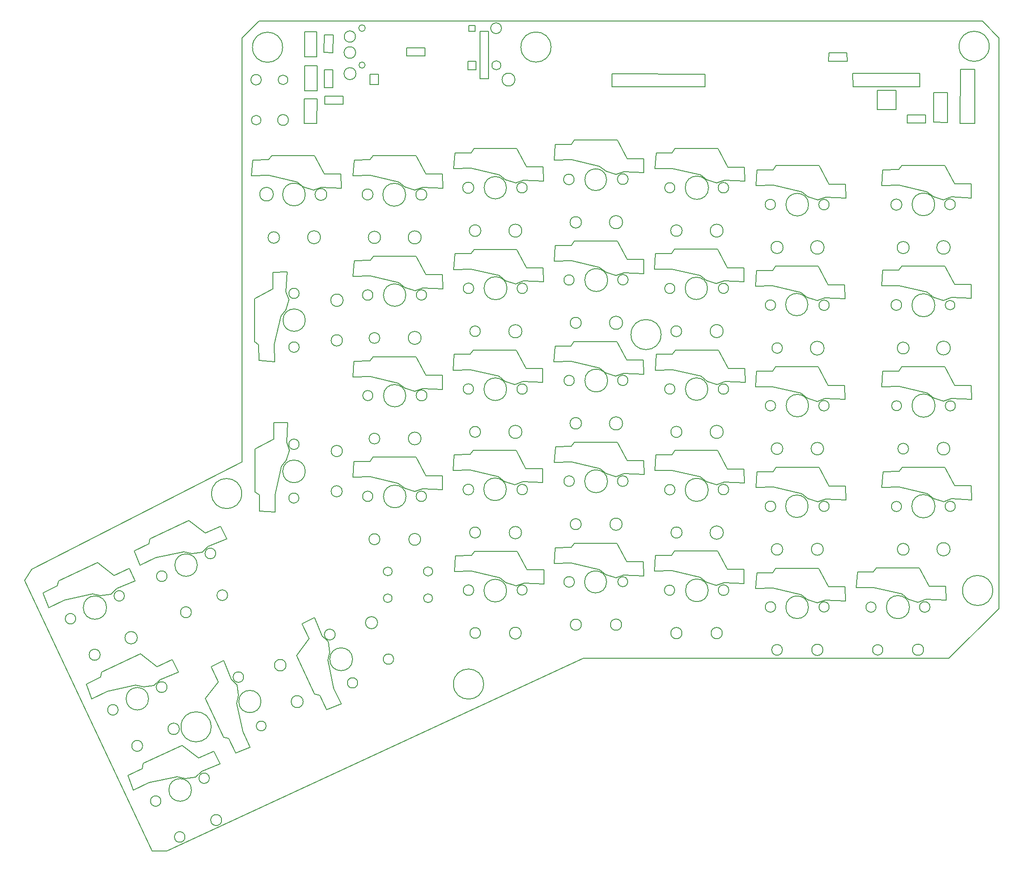
<source format=gbr>
G04 #@! TF.GenerationSoftware,KiCad,Pcbnew,5.1.10-88a1d61d58~90~ubuntu20.04.1*
G04 #@! TF.CreationDate,2021-08-21T22:57:00+03:00*
G04 #@! TF.ProjectId,ErgoDoxTW,4572676f-446f-4785-9457-2e6b69636164,rev?*
G04 #@! TF.SameCoordinates,Original*
G04 #@! TF.FileFunction,Other,ECO1*
%FSLAX46Y46*%
G04 Gerber Fmt 4.6, Leading zero omitted, Abs format (unit mm)*
G04 Created by KiCad (PCBNEW 5.1.10-88a1d61d58~90~ubuntu20.04.1) date 2021-08-21 22:57:00*
%MOMM*%
%LPD*%
G01*
G04 APERTURE LIST*
%ADD10C,0.150000*%
G04 APERTURE END LIST*
D10*
X140478580Y-117208859D02*
X140678580Y-114233859D01*
X157403580Y-116908859D02*
X157453580Y-119558859D01*
X154253580Y-116908859D02*
X157403580Y-116908859D01*
X143703580Y-114208859D02*
X144303580Y-113408859D01*
X150278580Y-119333859D02*
X149078580Y-118383859D01*
X157453580Y-119558859D02*
X153678580Y-119383859D01*
X143753580Y-117158859D02*
X140478580Y-117208859D01*
X144303580Y-113408859D02*
X152403580Y-113408859D01*
X152403580Y-113408859D02*
X154253580Y-116908859D01*
X153678580Y-119383859D02*
X152178580Y-119933859D01*
X149078580Y-118383859D02*
X143753580Y-117158859D01*
X152178580Y-119933859D02*
X150278580Y-119333859D01*
X140678580Y-114233859D02*
X143703580Y-114208859D01*
X68528580Y-96583857D02*
X65553580Y-96383859D01*
X68228580Y-79658859D02*
X70878581Y-79608858D01*
X68228580Y-82808859D02*
X68228580Y-79658859D01*
X65528580Y-93358857D02*
X64728582Y-92758858D01*
X70653578Y-86783856D02*
X69703579Y-87983859D01*
X70878581Y-79608858D02*
X70703581Y-83383859D01*
X68478581Y-93308861D02*
X68528580Y-96583857D01*
X64728582Y-92758858D02*
X64728578Y-84658859D01*
X64728578Y-84658859D02*
X68228580Y-82808859D01*
X70703581Y-83383859D02*
X71253579Y-84883856D01*
X69703579Y-87983859D02*
X68478581Y-93308861D01*
X71253579Y-84883856D02*
X70653578Y-86783856D01*
X65553580Y-96383859D02*
X65528580Y-93358857D01*
X68653580Y-125058857D02*
X65678580Y-124858859D01*
X68353580Y-108133859D02*
X71003581Y-108083858D01*
X68353580Y-111283859D02*
X68353580Y-108133859D01*
X65653580Y-121833857D02*
X64853582Y-121233858D01*
X70778578Y-115258856D02*
X69828579Y-116458859D01*
X71003581Y-108083858D02*
X70828581Y-111858859D01*
X68603581Y-121783861D02*
X68653580Y-125058857D01*
X64853582Y-121233858D02*
X64853578Y-113133859D01*
X64853578Y-113133859D02*
X68353580Y-111283859D01*
X70828581Y-111858859D02*
X71378579Y-113358856D01*
X69828579Y-116458859D02*
X68603581Y-121783861D01*
X71378579Y-113358856D02*
X70778578Y-115258856D01*
X65678580Y-124858859D02*
X65653580Y-121833857D01*
X81159368Y-161407829D02*
X78378580Y-162483859D01*
X73734663Y-146195357D02*
X76115248Y-145030102D01*
X75065910Y-149050227D02*
X73734663Y-146195357D01*
X77077501Y-159752842D02*
X76098886Y-159547152D01*
X78943611Y-151627949D02*
X78589763Y-153117008D01*
X76115248Y-145030102D02*
X77552029Y-148525373D01*
X79729981Y-158460806D02*
X81159368Y-161407829D01*
X76098886Y-159547152D02*
X72675675Y-152206061D01*
X72675675Y-152206061D02*
X75065910Y-149050227D01*
X77552029Y-148525373D02*
X78684422Y-149652393D01*
X78589763Y-153117008D02*
X79729981Y-158460806D01*
X78684422Y-149652393D02*
X78943611Y-151627949D01*
X78378580Y-162483859D02*
X77077501Y-159752842D01*
X63934368Y-169582829D02*
X61153580Y-170658859D01*
X56509663Y-154370357D02*
X58890248Y-153205102D01*
X57840910Y-157225227D02*
X56509663Y-154370357D01*
X59852501Y-167927842D02*
X58873886Y-167722152D01*
X61718611Y-159802949D02*
X61364763Y-161292008D01*
X58890248Y-153205102D02*
X60327029Y-156700373D01*
X62504981Y-166635806D02*
X63934368Y-169582829D01*
X58873886Y-167722152D02*
X55450675Y-160381061D01*
X55450675Y-160381061D02*
X57840910Y-157225227D01*
X60327029Y-156700373D02*
X61459422Y-157827393D01*
X61364763Y-161292008D02*
X62504981Y-166635806D01*
X61459422Y-157827393D02*
X61718611Y-159802949D01*
X61153580Y-170658859D02*
X59852501Y-167927842D01*
X41829608Y-177739648D02*
X40753580Y-174958859D01*
X57042082Y-170314942D02*
X58207335Y-172695527D01*
X54187212Y-171646189D02*
X57042082Y-170314942D01*
X43484596Y-173657781D02*
X43690286Y-172679164D01*
X51609488Y-175523893D02*
X50120431Y-175170043D01*
X58207335Y-172695527D02*
X54712065Y-174132307D01*
X44776635Y-176310258D02*
X41829608Y-177739648D01*
X43690286Y-172679164D02*
X51031379Y-169255956D01*
X51031379Y-169255956D02*
X54187212Y-171646189D01*
X54712065Y-174132307D02*
X53585044Y-175264703D01*
X50120431Y-175170043D02*
X44776635Y-176310258D01*
X53585044Y-175264703D02*
X51609488Y-175523893D01*
X40753580Y-174958859D02*
X43484596Y-173657781D01*
X33954608Y-160414648D02*
X32878580Y-157633859D01*
X49167082Y-152989942D02*
X50332335Y-155370527D01*
X46312212Y-154321189D02*
X49167082Y-152989942D01*
X35609596Y-156332781D02*
X35815286Y-155354164D01*
X43734488Y-158198893D02*
X42245431Y-157845043D01*
X50332335Y-155370527D02*
X46837065Y-156807307D01*
X36901635Y-158985258D02*
X33954608Y-160414648D01*
X35815286Y-155354164D02*
X43156379Y-151930956D01*
X43156379Y-151930956D02*
X46312212Y-154321189D01*
X46837065Y-156807307D02*
X45710044Y-157939703D01*
X42245431Y-157845043D02*
X36901635Y-158985258D01*
X45710044Y-157939703D02*
X43734488Y-158198893D01*
X32878580Y-157633859D02*
X35609596Y-156332781D01*
X25779608Y-143139648D02*
X24703580Y-140358859D01*
X40992082Y-135714942D02*
X42157335Y-138095527D01*
X38137212Y-137046189D02*
X40992082Y-135714942D01*
X27434596Y-139057781D02*
X27640286Y-138079164D01*
X35559488Y-140923893D02*
X34070431Y-140570043D01*
X42157335Y-138095527D02*
X38662065Y-139532307D01*
X28726635Y-141710258D02*
X25779608Y-143139648D01*
X27640286Y-138079164D02*
X34981379Y-134655956D01*
X34981379Y-134655956D02*
X38137212Y-137046189D01*
X38662065Y-139532307D02*
X37535044Y-140664703D01*
X34070431Y-140570043D02*
X28726635Y-141710258D01*
X37535044Y-140664703D02*
X35559488Y-140923893D01*
X24703580Y-140358859D02*
X27434596Y-139057781D01*
X43079608Y-135164648D02*
X42003580Y-132383859D01*
X58292082Y-127739942D02*
X59457335Y-130120527D01*
X55437212Y-129071189D02*
X58292082Y-127739942D01*
X44734596Y-131082781D02*
X44940286Y-130104164D01*
X52859488Y-132948893D02*
X51370431Y-132595043D01*
X59457335Y-130120527D02*
X55962065Y-131557307D01*
X46026635Y-133735258D02*
X43079608Y-135164648D01*
X44940286Y-130104164D02*
X52281379Y-126680956D01*
X52281379Y-126680956D02*
X55437212Y-129071189D01*
X55962065Y-131557307D02*
X54835044Y-132689703D01*
X51370431Y-132595043D02*
X46026635Y-133735258D01*
X54835044Y-132689703D02*
X52859488Y-132948893D01*
X42003580Y-132383859D02*
X44734596Y-131082781D01*
X178628580Y-139408859D02*
X178828580Y-136433859D01*
X195553580Y-139108859D02*
X195603580Y-141758859D01*
X192403580Y-139108859D02*
X195553580Y-139108859D01*
X181853580Y-136408859D02*
X182453580Y-135608859D01*
X188428580Y-141533859D02*
X187228580Y-140583859D01*
X195603580Y-141758859D02*
X191828580Y-141583859D01*
X181903580Y-139358859D02*
X178628580Y-139408859D01*
X182453580Y-135608859D02*
X190553580Y-135608859D01*
X190553580Y-135608859D02*
X192403580Y-139108859D01*
X191828580Y-141583859D02*
X190328580Y-142133859D01*
X187228580Y-140583859D02*
X181903580Y-139358859D01*
X190328580Y-142133859D02*
X188428580Y-141533859D01*
X178828580Y-136433859D02*
X181853580Y-136408859D01*
X159578580Y-139533859D02*
X159778580Y-136558859D01*
X176503580Y-139233859D02*
X176553580Y-141883859D01*
X173353580Y-139233859D02*
X176503580Y-139233859D01*
X162803580Y-136533859D02*
X163403580Y-135733859D01*
X169378580Y-141658859D02*
X168178580Y-140708859D01*
X176553580Y-141883859D02*
X172778580Y-141708859D01*
X162853580Y-139483859D02*
X159578580Y-139533859D01*
X163403580Y-135733859D02*
X171503580Y-135733859D01*
X171503580Y-135733859D02*
X173353580Y-139233859D01*
X172778580Y-141708859D02*
X171278580Y-142258859D01*
X168178580Y-140708859D02*
X162853580Y-139483859D01*
X171278580Y-142258859D02*
X169378580Y-141658859D01*
X159778580Y-136558859D02*
X162803580Y-136533859D01*
X140428580Y-136233859D02*
X140628580Y-133258859D01*
X157353580Y-135933859D02*
X157403580Y-138583859D01*
X154203580Y-135933859D02*
X157353580Y-135933859D01*
X143653580Y-133233859D02*
X144253580Y-132433859D01*
X150228580Y-138358859D02*
X149028580Y-137408859D01*
X157403580Y-138583859D02*
X153628580Y-138408859D01*
X143703580Y-136183859D02*
X140428580Y-136233859D01*
X144253580Y-132433859D02*
X152353580Y-132433859D01*
X152353580Y-132433859D02*
X154203580Y-135933859D01*
X153628580Y-138408859D02*
X152128580Y-138958859D01*
X149028580Y-137408859D02*
X143703580Y-136183859D01*
X152128580Y-138958859D02*
X150228580Y-138358859D01*
X140628580Y-133258859D02*
X143653580Y-133233859D01*
X121428580Y-134783859D02*
X121628580Y-131808859D01*
X138353580Y-134483859D02*
X138403580Y-137133859D01*
X135203580Y-134483859D02*
X138353580Y-134483859D01*
X124653580Y-131783859D02*
X125253580Y-130983859D01*
X131228580Y-136908859D02*
X130028580Y-135958859D01*
X138403580Y-137133859D02*
X134628580Y-136958859D01*
X124703580Y-134733859D02*
X121428580Y-134783859D01*
X125253580Y-130983859D02*
X133353580Y-130983859D01*
X133353580Y-130983859D02*
X135203580Y-134483859D01*
X134628580Y-136958859D02*
X133128580Y-137508859D01*
X130028580Y-135958859D02*
X124703580Y-134733859D01*
X133128580Y-137508859D02*
X131228580Y-136908859D01*
X121628580Y-131808859D02*
X124653580Y-131783859D01*
X102553580Y-136308859D02*
X102753580Y-133333859D01*
X119478580Y-136008859D02*
X119528580Y-138658859D01*
X116328580Y-136008859D02*
X119478580Y-136008859D01*
X105778580Y-133308859D02*
X106378580Y-132508859D01*
X112353580Y-138433859D02*
X111153580Y-137483859D01*
X119528580Y-138658859D02*
X115753580Y-138483859D01*
X105828580Y-136258859D02*
X102553580Y-136308859D01*
X106378580Y-132508859D02*
X114478580Y-132508859D01*
X114478580Y-132508859D02*
X116328580Y-136008859D01*
X115753580Y-138483859D02*
X114253580Y-139033859D01*
X111153580Y-137483859D02*
X105828580Y-136258859D01*
X114253580Y-139033859D02*
X112353580Y-138433859D01*
X102753580Y-133333859D02*
X105778580Y-133308859D01*
X83353580Y-118458859D02*
X83553580Y-115483859D01*
X100278580Y-118158859D02*
X100328580Y-120808859D01*
X97128580Y-118158859D02*
X100278580Y-118158859D01*
X86578580Y-115458859D02*
X87178580Y-114658859D01*
X93153580Y-120583859D02*
X91953580Y-119633859D01*
X100328580Y-120808859D02*
X96553580Y-120633859D01*
X86628580Y-118408859D02*
X83353580Y-118458859D01*
X87178580Y-114658859D02*
X95278580Y-114658859D01*
X95278580Y-114658859D02*
X97128580Y-118158859D01*
X96553580Y-120633859D02*
X95053580Y-121183859D01*
X91953580Y-119633859D02*
X86628580Y-118408859D01*
X95053580Y-121183859D02*
X93153580Y-120583859D01*
X83553580Y-115483859D02*
X86578580Y-115458859D01*
X102303580Y-117158859D02*
X102503580Y-114183859D01*
X119228580Y-116858859D02*
X119278580Y-119508859D01*
X116078580Y-116858859D02*
X119228580Y-116858859D01*
X105528580Y-114158859D02*
X106128580Y-113358859D01*
X112103580Y-119283859D02*
X110903580Y-118333859D01*
X119278580Y-119508859D02*
X115503580Y-119333859D01*
X105578580Y-117108859D02*
X102303580Y-117158859D01*
X106128580Y-113358859D02*
X114228580Y-113358859D01*
X114228580Y-113358859D02*
X116078580Y-116858859D01*
X115503580Y-119333859D02*
X114003580Y-119883859D01*
X110903580Y-118333859D02*
X105578580Y-117108859D01*
X114003580Y-119883859D02*
X112103580Y-119283859D01*
X102503580Y-114183859D02*
X105528580Y-114158859D01*
X121478580Y-115633859D02*
X121678580Y-112658859D01*
X138403580Y-115333859D02*
X138453580Y-117983859D01*
X135253580Y-115333859D02*
X138403580Y-115333859D01*
X124703580Y-112633859D02*
X125303580Y-111833859D01*
X131278580Y-117758859D02*
X130078580Y-116808859D01*
X138453580Y-117983859D02*
X134678580Y-117808859D01*
X124753580Y-115583859D02*
X121478580Y-115633859D01*
X125303580Y-111833859D02*
X133403580Y-111833859D01*
X133403580Y-111833859D02*
X135253580Y-115333859D01*
X134678580Y-117808859D02*
X133178580Y-118358859D01*
X130078580Y-116808859D02*
X124753580Y-115583859D01*
X133178580Y-118358859D02*
X131278580Y-117758859D01*
X121678580Y-112658859D02*
X124703580Y-112633859D01*
X159653580Y-120408859D02*
X159853580Y-117433859D01*
X176578580Y-120108859D02*
X176628580Y-122758859D01*
X173428580Y-120108859D02*
X176578580Y-120108859D01*
X162878580Y-117408859D02*
X163478580Y-116608859D01*
X169453580Y-122533859D02*
X168253580Y-121583859D01*
X176628580Y-122758859D02*
X172853580Y-122583859D01*
X162928580Y-120358859D02*
X159653580Y-120408859D01*
X163478580Y-116608859D02*
X171578580Y-116608859D01*
X171578580Y-116608859D02*
X173428580Y-120108859D01*
X172853580Y-122583859D02*
X171353580Y-123133859D01*
X168253580Y-121583859D02*
X162928580Y-120358859D01*
X171353580Y-123133859D02*
X169453580Y-122533859D01*
X159853580Y-117433859D02*
X162878580Y-117408859D01*
X183478580Y-120383859D02*
X183678580Y-117408859D01*
X200403580Y-120083859D02*
X200453580Y-122733859D01*
X197253580Y-120083859D02*
X200403580Y-120083859D01*
X186703580Y-117383859D02*
X187303580Y-116583859D01*
X193278580Y-122508859D02*
X192078580Y-121558859D01*
X200453580Y-122733859D02*
X196678580Y-122558859D01*
X186753580Y-120333859D02*
X183478580Y-120383859D01*
X187303580Y-116583859D02*
X195403580Y-116583859D01*
X195403580Y-116583859D02*
X197253580Y-120083859D01*
X196678580Y-122558859D02*
X195178580Y-123108859D01*
X192078580Y-121558859D02*
X186753580Y-120333859D01*
X195178580Y-123108859D02*
X193278580Y-122508859D01*
X183678580Y-117408859D02*
X186703580Y-117383859D01*
X183453580Y-101358859D02*
X183653580Y-98383859D01*
X200378580Y-101058859D02*
X200428580Y-103708859D01*
X197228580Y-101058859D02*
X200378580Y-101058859D01*
X186678580Y-98358859D02*
X187278580Y-97558859D01*
X193253580Y-103483859D02*
X192053580Y-102533859D01*
X200428580Y-103708859D02*
X196653580Y-103533859D01*
X186728580Y-101308859D02*
X183453580Y-101358859D01*
X187278580Y-97558859D02*
X195378580Y-97558859D01*
X195378580Y-97558859D02*
X197228580Y-101058859D01*
X196653580Y-103533859D02*
X195153580Y-104083859D01*
X192053580Y-102533859D02*
X186728580Y-101308859D01*
X195153580Y-104083859D02*
X193253580Y-103483859D01*
X183653580Y-98383859D02*
X186678580Y-98358859D01*
X159528580Y-101383859D02*
X159728580Y-98408859D01*
X176453580Y-101083859D02*
X176503580Y-103733859D01*
X173303580Y-101083859D02*
X176453580Y-101083859D01*
X162753580Y-98383859D02*
X163353580Y-97583859D01*
X169328580Y-103508859D02*
X168128580Y-102558859D01*
X176503580Y-103733859D02*
X172728580Y-103558859D01*
X162803580Y-101333859D02*
X159528580Y-101383859D01*
X163353580Y-97583859D02*
X171453580Y-97583859D01*
X171453580Y-97583859D02*
X173303580Y-101083859D01*
X172728580Y-103558859D02*
X171228580Y-104108859D01*
X168128580Y-102558859D02*
X162803580Y-101333859D01*
X171228580Y-104108859D02*
X169328580Y-103508859D01*
X159728580Y-98408859D02*
X162753580Y-98383859D01*
X140603580Y-98183859D02*
X140803580Y-95208859D01*
X157528580Y-97883859D02*
X157578580Y-100533859D01*
X154378580Y-97883859D02*
X157528580Y-97883859D01*
X143828580Y-95183859D02*
X144428580Y-94383859D01*
X150403580Y-100308859D02*
X149203580Y-99358859D01*
X157578580Y-100533859D02*
X153803580Y-100358859D01*
X143878580Y-98133859D02*
X140603580Y-98183859D01*
X144428580Y-94383859D02*
X152528580Y-94383859D01*
X152528580Y-94383859D02*
X154378580Y-97883859D01*
X153803580Y-100358859D02*
X152303580Y-100908859D01*
X149203580Y-99358859D02*
X143878580Y-98133859D01*
X152303580Y-100908859D02*
X150403580Y-100308859D01*
X140803580Y-95208859D02*
X143828580Y-95183859D01*
X121403580Y-96608859D02*
X121603580Y-93633859D01*
X138328580Y-96308859D02*
X138378580Y-98958859D01*
X135178580Y-96308859D02*
X138328580Y-96308859D01*
X124628580Y-93608859D02*
X125228580Y-92808859D01*
X131203580Y-98733859D02*
X130003580Y-97783859D01*
X138378580Y-98958859D02*
X134603580Y-98783859D01*
X124678580Y-96558859D02*
X121403580Y-96608859D01*
X125228580Y-92808859D02*
X133328580Y-92808859D01*
X133328580Y-92808859D02*
X135178580Y-96308859D01*
X134603580Y-98783859D02*
X133103580Y-99333859D01*
X130003580Y-97783859D02*
X124678580Y-96558859D01*
X133103580Y-99333859D02*
X131203580Y-98733859D01*
X121603580Y-93633859D02*
X124628580Y-93608859D01*
X102328580Y-98183859D02*
X102528580Y-95208859D01*
X119253580Y-97883859D02*
X119303580Y-100533859D01*
X116103580Y-97883859D02*
X119253580Y-97883859D01*
X105553580Y-95183859D02*
X106153580Y-94383859D01*
X112128580Y-100308859D02*
X110928580Y-99358859D01*
X119303580Y-100533859D02*
X115528580Y-100358859D01*
X105603580Y-98133859D02*
X102328580Y-98183859D01*
X106153580Y-94383859D02*
X114253580Y-94383859D01*
X114253580Y-94383859D02*
X116103580Y-97883859D01*
X115528580Y-100358859D02*
X114028580Y-100908859D01*
X110928580Y-99358859D02*
X105603580Y-98133859D01*
X114028580Y-100908859D02*
X112128580Y-100308859D01*
X102528580Y-95208859D02*
X105553580Y-95183859D01*
X83353580Y-99483859D02*
X83553580Y-96508859D01*
X100278580Y-99183859D02*
X100328580Y-101833859D01*
X97128580Y-99183859D02*
X100278580Y-99183859D01*
X86578580Y-96483859D02*
X87178580Y-95683859D01*
X93153580Y-101608859D02*
X91953580Y-100658859D01*
X100328580Y-101833859D02*
X96553580Y-101658859D01*
X86628580Y-99433859D02*
X83353580Y-99483859D01*
X87178580Y-95683859D02*
X95278580Y-95683859D01*
X95278580Y-95683859D02*
X97128580Y-99183859D01*
X96553580Y-101658859D02*
X95053580Y-102208859D01*
X91953580Y-100658859D02*
X86628580Y-99433859D01*
X95053580Y-102208859D02*
X93153580Y-101608859D01*
X83553580Y-96508859D02*
X86578580Y-96483859D01*
X83403580Y-80433859D02*
X83603580Y-77458859D01*
X100328580Y-80133859D02*
X100378580Y-82783859D01*
X97178580Y-80133859D02*
X100328580Y-80133859D01*
X86628580Y-77433859D02*
X87228580Y-76633859D01*
X93203580Y-82558859D02*
X92003580Y-81608859D01*
X100378580Y-82783859D02*
X96603580Y-82608859D01*
X86678580Y-80383859D02*
X83403580Y-80433859D01*
X87228580Y-76633859D02*
X95328580Y-76633859D01*
X95328580Y-76633859D02*
X97178580Y-80133859D01*
X96603580Y-82608859D02*
X95103580Y-83158859D01*
X92003580Y-81608859D02*
X86678580Y-80383859D01*
X95103580Y-83158859D02*
X93203580Y-82558859D01*
X83603580Y-77458859D02*
X86628580Y-77433859D01*
X102453580Y-79133859D02*
X102653580Y-76158859D01*
X119378580Y-78833859D02*
X119428580Y-81483859D01*
X116228580Y-78833859D02*
X119378580Y-78833859D01*
X105678580Y-76133859D02*
X106278580Y-75333859D01*
X112253580Y-81258859D02*
X111053580Y-80308859D01*
X119428580Y-81483859D02*
X115653580Y-81308859D01*
X105728580Y-79083859D02*
X102453580Y-79133859D01*
X106278580Y-75333859D02*
X114378580Y-75333859D01*
X114378580Y-75333859D02*
X116228580Y-78833859D01*
X115653580Y-81308859D02*
X114153580Y-81858859D01*
X111053580Y-80308859D02*
X105728580Y-79083859D01*
X114153580Y-81858859D02*
X112253580Y-81258859D01*
X102653580Y-76158859D02*
X105678580Y-76133859D01*
X121453580Y-77558859D02*
X121653580Y-74583859D01*
X138378580Y-77258859D02*
X138428580Y-79908859D01*
X135228580Y-77258859D02*
X138378580Y-77258859D01*
X124678580Y-74558859D02*
X125278580Y-73758859D01*
X131253580Y-79683859D02*
X130053580Y-78733859D01*
X138428580Y-79908859D02*
X134653580Y-79733859D01*
X124728580Y-77508859D02*
X121453580Y-77558859D01*
X125278580Y-73758859D02*
X133378580Y-73758859D01*
X133378580Y-73758859D02*
X135228580Y-77258859D01*
X134653580Y-79733859D02*
X133153580Y-80283859D01*
X130053580Y-78733859D02*
X124728580Y-77508859D01*
X133153580Y-80283859D02*
X131253580Y-79683859D01*
X121653580Y-74583859D02*
X124678580Y-74558859D01*
X140428580Y-79108859D02*
X140628580Y-76133859D01*
X157353580Y-78808859D02*
X157403580Y-81458859D01*
X154203580Y-78808859D02*
X157353580Y-78808859D01*
X143653580Y-76108859D02*
X144253580Y-75308859D01*
X150228580Y-81233859D02*
X149028580Y-80283859D01*
X157403580Y-81458859D02*
X153628580Y-81283859D01*
X143703580Y-79058859D02*
X140428580Y-79108859D01*
X144253580Y-75308859D02*
X152353580Y-75308859D01*
X152353580Y-75308859D02*
X154203580Y-78808859D01*
X153628580Y-81283859D02*
X152128580Y-81833859D01*
X149028580Y-80283859D02*
X143703580Y-79058859D01*
X152128580Y-81833859D02*
X150228580Y-81233859D01*
X140628580Y-76133859D02*
X143653580Y-76108859D01*
X159528580Y-82308859D02*
X159728580Y-79333859D01*
X176453580Y-82008859D02*
X176503580Y-84658859D01*
X173303580Y-82008859D02*
X176453580Y-82008859D01*
X162753580Y-79308859D02*
X163353580Y-78508859D01*
X169328580Y-84433859D02*
X168128580Y-83483859D01*
X176503580Y-84658859D02*
X172728580Y-84483859D01*
X162803580Y-82258859D02*
X159528580Y-82308859D01*
X163353580Y-78508859D02*
X171453580Y-78508859D01*
X171453580Y-78508859D02*
X173303580Y-82008859D01*
X172728580Y-84483859D02*
X171228580Y-85033859D01*
X168128580Y-83483859D02*
X162803580Y-82258859D01*
X171228580Y-85033859D02*
X169328580Y-84433859D01*
X159728580Y-79333859D02*
X162753580Y-79308859D01*
X183428580Y-82258859D02*
X183628580Y-79283859D01*
X200353580Y-81958859D02*
X200403580Y-84608859D01*
X197203580Y-81958859D02*
X200353580Y-81958859D01*
X186653580Y-79258859D02*
X187253580Y-78458859D01*
X193228580Y-84383859D02*
X192028580Y-83433859D01*
X200403580Y-84608859D02*
X196628580Y-84433859D01*
X186703580Y-82208859D02*
X183428580Y-82258859D01*
X187253580Y-78458859D02*
X195353580Y-78458859D01*
X195353580Y-78458859D02*
X197203580Y-81958859D01*
X196628580Y-84433859D02*
X195128580Y-84983859D01*
X192028580Y-83433859D02*
X186703580Y-82208859D01*
X195128580Y-84983859D02*
X193228580Y-84383859D01*
X183628580Y-79283859D02*
X186653580Y-79258859D01*
X183428580Y-63233859D02*
X183628580Y-60258859D01*
X200353580Y-62933859D02*
X200403580Y-65583859D01*
X197203580Y-62933859D02*
X200353580Y-62933859D01*
X186653580Y-60233859D02*
X187253580Y-59433859D01*
X193228580Y-65358859D02*
X192028580Y-64408859D01*
X200403580Y-65583859D02*
X196628580Y-65408859D01*
X186703580Y-63183859D02*
X183428580Y-63233859D01*
X187253580Y-59433859D02*
X195353580Y-59433859D01*
X195353580Y-59433859D02*
X197203580Y-62933859D01*
X196628580Y-65408859D02*
X195128580Y-65958859D01*
X192028580Y-64408859D02*
X186703580Y-63183859D01*
X195128580Y-65958859D02*
X193228580Y-65358859D01*
X183628580Y-60258859D02*
X186653580Y-60233859D01*
X159653580Y-63258859D02*
X159853580Y-60283859D01*
X176578580Y-62958859D02*
X176628580Y-65608859D01*
X173428580Y-62958859D02*
X176578580Y-62958859D01*
X162878580Y-60258859D02*
X163478580Y-59458859D01*
X169453580Y-65383859D02*
X168253580Y-64433859D01*
X176628580Y-65608859D02*
X172853580Y-65433859D01*
X162928580Y-63208859D02*
X159653580Y-63258859D01*
X163478580Y-59458859D02*
X171578580Y-59458859D01*
X171578580Y-59458859D02*
X173428580Y-62958859D01*
X172853580Y-65433859D02*
X171353580Y-65983859D01*
X168253580Y-64433859D02*
X162928580Y-63208859D01*
X171353580Y-65983859D02*
X169453580Y-65383859D01*
X159853580Y-60283859D02*
X162878580Y-60258859D01*
X140528580Y-60058859D02*
X140728580Y-57083859D01*
X157453580Y-59758859D02*
X157503580Y-62408859D01*
X154303580Y-59758859D02*
X157453580Y-59758859D01*
X143753580Y-57058859D02*
X144353580Y-56258859D01*
X150328580Y-62183859D02*
X149128580Y-61233859D01*
X157503580Y-62408859D02*
X153728580Y-62233859D01*
X143803580Y-60008859D02*
X140528580Y-60058859D01*
X144353580Y-56258859D02*
X152453580Y-56258859D01*
X152453580Y-56258859D02*
X154303580Y-59758859D01*
X153728580Y-62233859D02*
X152228580Y-62783859D01*
X149128580Y-61233859D02*
X143803580Y-60008859D01*
X152228580Y-62783859D02*
X150328580Y-62183859D01*
X140728580Y-57083859D02*
X143753580Y-57058859D01*
X121453580Y-58433859D02*
X121653580Y-55458859D01*
X138378580Y-58133859D02*
X138428580Y-60783859D01*
X135228580Y-58133859D02*
X138378580Y-58133859D01*
X124678580Y-55433859D02*
X125278580Y-54633859D01*
X131253580Y-60558859D02*
X130053580Y-59608859D01*
X138428580Y-60783859D02*
X134653580Y-60608859D01*
X124728580Y-58383859D02*
X121453580Y-58433859D01*
X125278580Y-54633859D02*
X133378580Y-54633859D01*
X133378580Y-54633859D02*
X135228580Y-58133859D01*
X134653580Y-60608859D02*
X133153580Y-61158859D01*
X130053580Y-59608859D02*
X124728580Y-58383859D01*
X133153580Y-61158859D02*
X131253580Y-60558859D01*
X121653580Y-55458859D02*
X124678580Y-55433859D01*
X102453580Y-60033859D02*
X102653580Y-57058859D01*
X119378580Y-59733859D02*
X119428580Y-62383859D01*
X116228580Y-59733859D02*
X119378580Y-59733859D01*
X105678580Y-57033859D02*
X106278580Y-56233859D01*
X112253580Y-62158859D02*
X111053580Y-61208859D01*
X119428580Y-62383859D02*
X115653580Y-62208859D01*
X105728580Y-59983859D02*
X102453580Y-60033859D01*
X106278580Y-56233859D02*
X114378580Y-56233859D01*
X114378580Y-56233859D02*
X116228580Y-59733859D01*
X115653580Y-62208859D02*
X114153580Y-62758859D01*
X111053580Y-61208859D02*
X105728580Y-59983859D01*
X114153580Y-62758859D02*
X112253580Y-62158859D01*
X102653580Y-57058859D02*
X105678580Y-57033859D01*
X83378580Y-61383859D02*
X83578580Y-58408859D01*
X100303580Y-61083859D02*
X100353580Y-63733859D01*
X97153580Y-61083859D02*
X100303580Y-61083859D01*
X86603580Y-58383859D02*
X87203580Y-57583859D01*
X93178580Y-63508859D02*
X91978580Y-62558859D01*
X100353580Y-63733859D02*
X96578580Y-63558859D01*
X86653580Y-61333859D02*
X83378580Y-61383859D01*
X87203580Y-57583859D02*
X95303580Y-57583859D01*
X95303580Y-57583859D02*
X97153580Y-61083859D01*
X96578580Y-63558859D02*
X95078580Y-64108859D01*
X91978580Y-62558859D02*
X86653580Y-61333859D01*
X95078580Y-64108859D02*
X93178580Y-63508859D01*
X83578580Y-58408859D02*
X86603580Y-58383859D01*
X64178580Y-61383859D02*
X64378580Y-58408859D01*
X67453580Y-61333859D02*
X64178580Y-61383859D01*
X72778580Y-62558859D02*
X67453580Y-61333859D01*
X73978580Y-63508859D02*
X72778580Y-62558859D01*
X75878580Y-64108859D02*
X73978580Y-63508859D01*
X77378580Y-63558859D02*
X75878580Y-64108859D01*
X81153580Y-63733859D02*
X77378580Y-63558859D01*
X81103580Y-61083859D02*
X81153580Y-63733859D01*
X77953580Y-61083859D02*
X81103580Y-61083859D01*
X76103580Y-57583859D02*
X77953580Y-61083859D01*
X68003580Y-57583859D02*
X76103580Y-57583859D01*
X67403580Y-58383859D02*
X68003580Y-57583859D01*
X64378580Y-58408859D02*
X67403580Y-58383859D01*
X182578580Y-48883859D02*
X182578580Y-45233859D01*
X186153580Y-48883859D02*
X182578580Y-48883859D01*
X186153580Y-45208859D02*
X186153580Y-48883859D01*
X182578580Y-45233859D02*
X186153580Y-45208859D01*
X188253580Y-51433859D02*
X188253580Y-49858859D01*
X191778580Y-51433859D02*
X188253580Y-51433859D01*
X191778580Y-49858859D02*
X191778580Y-51433859D01*
X188253580Y-49858859D02*
X191778580Y-49858859D01*
X173403580Y-39683859D02*
X173428580Y-38133859D01*
X176903580Y-39683859D02*
X173403580Y-39683859D01*
X176878580Y-38133859D02*
X176903580Y-39683859D01*
X173428580Y-38133859D02*
X176878580Y-38133859D01*
X93503580Y-38658859D02*
X93503580Y-37133859D01*
X96978580Y-38683859D02*
X93503580Y-38658859D01*
X96978580Y-37133859D02*
X96978580Y-38683859D01*
X93503580Y-37133859D02*
X96978580Y-37133859D01*
X78028580Y-46283859D02*
X78028580Y-47883859D01*
X81478580Y-46283859D02*
X78028580Y-46283859D01*
X81478580Y-47883859D02*
X81478580Y-46283859D01*
X78028580Y-47883859D02*
X81478580Y-47883859D01*
X77928580Y-41283859D02*
X77928580Y-44708859D01*
X79553580Y-41283859D02*
X77928580Y-41283859D01*
X79553580Y-44708859D02*
X79553580Y-41283859D01*
X77928580Y-44708859D02*
X79553580Y-44708859D01*
X77853580Y-38033859D02*
X77928580Y-34708859D01*
X79578580Y-38108859D02*
X77853580Y-38033859D01*
X79603580Y-34683859D02*
X79578580Y-38108859D01*
X77928580Y-34708859D02*
X79603580Y-34683859D01*
X114024492Y-43183859D02*
G75*
G03*
X114024492Y-43183859I-1220912J0D01*
G01*
X111466003Y-33458859D02*
G75*
G03*
X111466003Y-33458859I-1012423J0D01*
G01*
X111357980Y-40483859D02*
G75*
G03*
X111357980Y-40483859I-854400J0D01*
G01*
X85703580Y-33433859D02*
G75*
G03*
X85703580Y-33433859I-625000J0D01*
G01*
X85660065Y-40433859D02*
G75*
G03*
X85660065Y-40433859I-581485J0D01*
G01*
X83934122Y-42058859D02*
G75*
G03*
X83934122Y-42058859I-1130542J0D01*
G01*
X83875166Y-38058859D02*
G75*
G03*
X83875166Y-38058859I-1096586J0D01*
G01*
X83841595Y-35033859D02*
G75*
G03*
X83841595Y-35033859I-1063015J0D01*
G01*
X192571052Y-143033859D02*
G75*
G03*
X192571052Y-143033859I-992472J0D01*
G01*
X182364049Y-143058859D02*
G75*
G03*
X182364049Y-143058859I-960469J0D01*
G01*
X173485789Y-143033859D02*
G75*
G03*
X173485789Y-143033859I-957209J0D01*
G01*
X163362513Y-143033859D02*
G75*
G03*
X163362513Y-143033859I-983933J0D01*
G01*
X154499195Y-139858859D02*
G75*
G03*
X154499195Y-139858859I-995615J0D01*
G01*
X144243593Y-139858859D02*
G75*
G03*
X144243593Y-139858859I-965013J0D01*
G01*
X135358634Y-138258859D02*
G75*
G03*
X135358634Y-138258859I-930054J0D01*
G01*
X125276703Y-138283859D02*
G75*
G03*
X125276703Y-138283859I-998123J0D01*
G01*
X116323633Y-139833859D02*
G75*
G03*
X116323633Y-139833859I-945053J0D01*
G01*
X106220107Y-139858859D02*
G75*
G03*
X106220107Y-139858859I-991527J0D01*
G01*
X79998690Y-148258859D02*
G75*
G03*
X79998690Y-148258859I-1020110J0D01*
G01*
X84251334Y-157408859D02*
G75*
G03*
X84251334Y-157408859I-972754J0D01*
G01*
X62669161Y-156308859D02*
G75*
G03*
X62669161Y-156308859I-990581J0D01*
G01*
X66925534Y-165558859D02*
G75*
G03*
X66925534Y-165558859I-921954J0D01*
G01*
X56183695Y-175458859D02*
G75*
G03*
X56183695Y-175458859I-980115J0D01*
G01*
X47012513Y-179783859D02*
G75*
G03*
X47012513Y-179783859I-983933J0D01*
G01*
X48173690Y-158208859D02*
G75*
G03*
X48173690Y-158208859I-1020110J0D01*
G01*
X38921052Y-162508859D02*
G75*
G03*
X38921052Y-162508859I-992472J0D01*
G01*
X30888466Y-145258859D02*
G75*
G03*
X30888466Y-145258859I-984886J0D01*
G01*
X40108695Y-140933859D02*
G75*
G03*
X40108695Y-140933859I-980115J0D01*
G01*
X48174195Y-137208859D02*
G75*
G03*
X48174195Y-137208859I-995615J0D01*
G01*
X57386362Y-132908859D02*
G75*
G03*
X57386362Y-132908859I-1007782J0D01*
G01*
X73128909Y-122408859D02*
G75*
G03*
X73128909Y-122408859I-950329J0D01*
G01*
X73179861Y-112233859D02*
G75*
G03*
X73179861Y-112233859I-976281J0D01*
G01*
X87124404Y-122083859D02*
G75*
G03*
X87124404Y-122083859I-970824J0D01*
G01*
X97279861Y-122083859D02*
G75*
G03*
X97279861Y-122083859I-976281J0D01*
G01*
X106212602Y-120808859D02*
G75*
G03*
X106212602Y-120808859I-1009022J0D01*
G01*
X116388783Y-120808859D02*
G75*
G03*
X116388783Y-120808859I-985203J0D01*
G01*
X125271052Y-119208859D02*
G75*
G03*
X125271052Y-119208859I-992472J0D01*
G01*
X135428580Y-119208859D02*
G75*
G03*
X135428580Y-119208859I-1000000J0D01*
G01*
X144308695Y-120833859D02*
G75*
G03*
X144308695Y-120833859I-980115J0D01*
G01*
X154468529Y-120808859D02*
G75*
G03*
X154468529Y-120808859I-989949J0D01*
G01*
X163374195Y-123983859D02*
G75*
G03*
X163374195Y-123983859I-995615J0D01*
G01*
X173490674Y-123983859D02*
G75*
G03*
X173490674Y-123983859I-962094J0D01*
G01*
X187178909Y-124008859D02*
G75*
G03*
X187178909Y-124008859I-950329J0D01*
G01*
X197365674Y-123983859D02*
G75*
G03*
X197365674Y-123983859I-962094J0D01*
G01*
X197380552Y-104958859D02*
G75*
G03*
X197380552Y-104958859I-951972J0D01*
G01*
X187183970Y-104933859D02*
G75*
G03*
X187183970Y-104933859I-930390J0D01*
G01*
X173483695Y-104933859D02*
G75*
G03*
X173483695Y-104933859I-980115J0D01*
G01*
X163354861Y-104933859D02*
G75*
G03*
X163354861Y-104933859I-976281J0D01*
G01*
X154452297Y-101783859D02*
G75*
G03*
X154452297Y-101783859I-973717J0D01*
G01*
X144301013Y-101758859D02*
G75*
G03*
X144301013Y-101758859I-972433J0D01*
G01*
X135401013Y-100133859D02*
G75*
G03*
X135401013Y-100133859I-972433J0D01*
G01*
X125254861Y-100158859D02*
G75*
G03*
X125254861Y-100158859I-976281J0D01*
G01*
X116352297Y-101783859D02*
G75*
G03*
X116352297Y-101783859I-973717J0D01*
G01*
X106179861Y-101758859D02*
G75*
G03*
X106179861Y-101758859I-976281J0D01*
G01*
X97379494Y-102983859D02*
G75*
G03*
X97379494Y-102983859I-1025914J0D01*
G01*
X87130552Y-103008859D02*
G75*
G03*
X87130552Y-103008859I-951972J0D01*
G01*
X97299404Y-83958859D02*
G75*
G03*
X97299404Y-83958859I-970824J0D01*
G01*
X87139734Y-83983859D02*
G75*
G03*
X87139734Y-83983859I-986154J0D01*
G01*
X73188783Y-93833859D02*
G75*
G03*
X73188783Y-93833859I-985203J0D01*
G01*
X73176013Y-83658859D02*
G75*
G03*
X73176013Y-83658859I-972433J0D01*
G01*
X106219161Y-82708859D02*
G75*
G03*
X106219161Y-82708859I-990581J0D01*
G01*
X116379861Y-82708859D02*
G75*
G03*
X116379861Y-82708859I-976281J0D01*
G01*
X125218593Y-81133859D02*
G75*
G03*
X125218593Y-81133859I-965013J0D01*
G01*
X135431460Y-81083859D02*
G75*
G03*
X135431460Y-81083859I-977880J0D01*
G01*
X144283829Y-82733859D02*
G75*
G03*
X144283829Y-82733859I-955249J0D01*
G01*
X154433829Y-82708859D02*
G75*
G03*
X154433829Y-82708859I-955249J0D01*
G01*
X163351013Y-85883859D02*
G75*
G03*
X163351013Y-85883859I-972433J0D01*
G01*
X173502297Y-85908859D02*
G75*
G03*
X173502297Y-85908859I-973717J0D01*
G01*
X187211362Y-85858859D02*
G75*
G03*
X187211362Y-85858859I-1007782J0D01*
G01*
X197279968Y-85883859D02*
G75*
G03*
X197279968Y-85883859I-901388J0D01*
G01*
X197361362Y-66808859D02*
G75*
G03*
X197361362Y-66808859I-1007782J0D01*
G01*
X187245513Y-66858859D02*
G75*
G03*
X187245513Y-66858859I-1041933J0D01*
G01*
X173488783Y-66858859D02*
G75*
G03*
X173488783Y-66858859I-985203J0D01*
G01*
X163326013Y-66833859D02*
G75*
G03*
X163326013Y-66833859I-972433J0D01*
G01*
X154470107Y-63658859D02*
G75*
G03*
X154470107Y-63658859I-991527J0D01*
G01*
X144283174Y-63658859D02*
G75*
G03*
X144283174Y-63658859I-954594J0D01*
G01*
X135436362Y-62033859D02*
G75*
G03*
X135436362Y-62033859I-1007782J0D01*
G01*
X125227642Y-62083859D02*
G75*
G03*
X125227642Y-62083859I-999062J0D01*
G01*
X116344161Y-63658859D02*
G75*
G03*
X116344161Y-63658859I-990581J0D01*
G01*
X106229770Y-63658859D02*
G75*
G03*
X106229770Y-63658859I-1051190J0D01*
G01*
X97346712Y-64958859D02*
G75*
G03*
X97346712Y-64958859I-1043132J0D01*
G01*
X87159356Y-64933859D02*
G75*
G03*
X87159356Y-64933859I-1030776J0D01*
G01*
X78418535Y-64933859D02*
G75*
G03*
X78418535Y-64933859I-1114955J0D01*
G01*
X68294171Y-64883859D02*
G75*
G03*
X68294171Y-64883859I-1290591J0D01*
G01*
X90786121Y-136308859D02*
G75*
G03*
X90786121Y-136308859I-832541J0D01*
G01*
X98446408Y-136308859D02*
G75*
G03*
X98446408Y-136308859I-867828J0D01*
G01*
X98411121Y-141383859D02*
G75*
G03*
X98411121Y-141383859I-832541J0D01*
G01*
X90766753Y-141383859D02*
G75*
G03*
X90766753Y-141383859I-813173J0D01*
G01*
X53902550Y-135108859D02*
G75*
G03*
X53902550Y-135108859I-2123970J0D01*
G01*
X36734538Y-143158859D02*
G75*
G03*
X36734538Y-143158859I-2205958J0D01*
G01*
X44679609Y-160408859D02*
G75*
G03*
X44679609Y-160408859I-2126029J0D01*
G01*
X52792651Y-177683859D02*
G75*
G03*
X52792651Y-177683859I-2139071J0D01*
G01*
X65957891Y-160933859D02*
G75*
G03*
X65957891Y-160933859I-2104311J0D01*
G01*
X83287862Y-152933859D02*
G75*
G03*
X83287862Y-152933859I-2159282J0D01*
G01*
X112448487Y-139933859D02*
G75*
G03*
X112448487Y-139933859I-2144907J0D01*
G01*
X131364845Y-138283859D02*
G75*
G03*
X131364845Y-138283859I-2086265J0D01*
G01*
X150598632Y-139883859D02*
G75*
G03*
X150598632Y-139883859I-2145052J0D01*
G01*
X169571154Y-143083859D02*
G75*
G03*
X169571154Y-143083859I-2142574J0D01*
G01*
X169507253Y-123958859D02*
G75*
G03*
X169507253Y-123958859I-2128673J0D01*
G01*
X150611611Y-120858859D02*
G75*
G03*
X150611611Y-120858859I-2183031J0D01*
G01*
X131541911Y-119233859D02*
G75*
G03*
X131541911Y-119233859I-2163331J0D01*
G01*
X112393673Y-120758859D02*
G75*
G03*
X112393673Y-120758859I-2140093J0D01*
G01*
X93418235Y-122108859D02*
G75*
G03*
X93418235Y-122108859I-2139655J0D01*
G01*
X74342651Y-117358859D02*
G75*
G03*
X74342651Y-117358859I-2139071J0D01*
G01*
X93363230Y-103033859D02*
G75*
G03*
X93363230Y-103033859I-2109650J0D01*
G01*
X112448487Y-101808859D02*
G75*
G03*
X112448487Y-101808859I-2144907J0D01*
G01*
X131562862Y-100158859D02*
G75*
G03*
X131562862Y-100158859I-2159282J0D01*
G01*
X150525195Y-101783859D02*
G75*
G03*
X150525195Y-101783859I-2121615J0D01*
G01*
X169601079Y-104908859D02*
G75*
G03*
X169601079Y-104908859I-2122499J0D01*
G01*
X169461452Y-85783859D02*
G75*
G03*
X169461452Y-85783859I-2107872J0D01*
G01*
X150468556Y-82708859D02*
G75*
G03*
X150468556Y-82708859I-2114976J0D01*
G01*
X131574409Y-81133859D02*
G75*
G03*
X131574409Y-81133859I-2170829J0D01*
G01*
X112530878Y-82683859D02*
G75*
G03*
X112530878Y-82683859I-2177298J0D01*
G01*
X93373869Y-83983859D02*
G75*
G03*
X93373869Y-83983859I-2120289J0D01*
G01*
X74344295Y-88733859D02*
G75*
G03*
X74344295Y-88733859I-2115715J0D01*
G01*
X74354161Y-64933859D02*
G75*
G03*
X74354161Y-64933859I-2150581J0D01*
G01*
X93342055Y-64983859D02*
G75*
G03*
X93342055Y-64983859I-2163475J0D01*
G01*
X112416191Y-63658859D02*
G75*
G03*
X112416191Y-63658859I-2112611J0D01*
G01*
X131361795Y-62133859D02*
G75*
G03*
X131361795Y-62133859I-2058215J0D01*
G01*
X150661662Y-63658859D02*
G75*
G03*
X150661662Y-63658859I-2208082J0D01*
G01*
X169596154Y-66858859D02*
G75*
G03*
X169596154Y-66858859I-2142574J0D01*
G01*
X193479161Y-66808859D02*
G75*
G03*
X193479161Y-66808859I-2150581J0D01*
G01*
X193502430Y-85908859D02*
G75*
G03*
X193502430Y-85908859I-2173850J0D01*
G01*
X193546751Y-104908859D02*
G75*
G03*
X193546751Y-104908859I-2193171J0D01*
G01*
X193530852Y-123958859D02*
G75*
G03*
X193530852Y-123958859I-2202272J0D01*
G01*
X188690187Y-143058859D02*
G75*
G03*
X188690187Y-143058859I-2186607J0D01*
G01*
X191366595Y-151133859D02*
G75*
G03*
X191366595Y-151133859I-1063015J0D01*
G01*
X183653580Y-151158859D02*
G75*
G03*
X183653580Y-151158859I-975000J0D01*
G01*
X172316595Y-151158859D02*
G75*
G03*
X172316595Y-151158859I-1063015J0D01*
G01*
X164636362Y-151158859D02*
G75*
G03*
X164636362Y-151158859I-1007782J0D01*
G01*
X153269530Y-147983859D02*
G75*
G03*
X153269530Y-147983859I-1065950J0D01*
G01*
X145641595Y-147983859D02*
G75*
G03*
X145641595Y-147983859I-1063015J0D01*
G01*
X134214829Y-146383859D02*
G75*
G03*
X134214829Y-146383859I-1061249J0D01*
G01*
X126597910Y-146383859D02*
G75*
G03*
X126597910Y-146383859I-1044330J0D01*
G01*
X115220775Y-147983859D02*
G75*
G03*
X115220775Y-147983859I-1117195J0D01*
G01*
X107509811Y-147958859D02*
G75*
G03*
X107509811Y-147958859I-1006231J0D01*
G01*
X88015737Y-146008859D02*
G75*
G03*
X88015737Y-146008859I-1137157J0D01*
G01*
X91054861Y-152908859D02*
G75*
G03*
X91054861Y-152908859I-976281J0D01*
G01*
X70699310Y-154058859D02*
G75*
G03*
X70699310Y-154058859I-1095730J0D01*
G01*
X73937158Y-160958859D02*
G75*
G03*
X73937158Y-160958859I-1133578J0D01*
G01*
X58513592Y-183383859D02*
G75*
G03*
X58513592Y-183383859I-1035012J0D01*
G01*
X51574195Y-186583859D02*
G75*
G03*
X51574195Y-186583859I-995615J0D01*
G01*
X50507063Y-166108859D02*
G75*
G03*
X50507063Y-166108859I-1078483J0D01*
G01*
X43557232Y-169333859D02*
G75*
G03*
X43557232Y-169333859I-1028652J0D01*
G01*
X35522910Y-152083859D02*
G75*
G03*
X35522910Y-152083859I-1044330J0D01*
G01*
X42543966Y-148858859D02*
G75*
G03*
X42543966Y-148858859I-1165386J0D01*
G01*
X52782232Y-144033859D02*
G75*
G03*
X52782232Y-144033859I-1028652J0D01*
G01*
X59628580Y-140808859D02*
G75*
G03*
X59628580Y-140808859I-1000000J0D01*
G01*
X81325301Y-121133859D02*
G75*
G03*
X81325301Y-121133859I-1046721J0D01*
G01*
X81364535Y-113508859D02*
G75*
G03*
X81364535Y-113508859I-1060955J0D01*
G01*
X88459356Y-130208859D02*
G75*
G03*
X88459356Y-130208859I-1030776J0D01*
G01*
X96169656Y-130233859D02*
G75*
G03*
X96169656Y-130233859I-1116076J0D01*
G01*
X107509356Y-128933859D02*
G75*
G03*
X107509356Y-128933859I-1030776J0D01*
G01*
X115266819Y-128958859D02*
G75*
G03*
X115266819Y-128958859I-1163239J0D01*
G01*
X126564497Y-127358859D02*
G75*
G03*
X126564497Y-127358859I-1035917J0D01*
G01*
X134307920Y-127358859D02*
G75*
G03*
X134307920Y-127358859I-1154340J0D01*
G01*
X145652985Y-128933859D02*
G75*
G03*
X145652985Y-128933859I-1049405J0D01*
G01*
X153458819Y-128958859D02*
G75*
G03*
X153458819Y-128958859I-1255239J0D01*
G01*
X164708221Y-132133859D02*
G75*
G03*
X164708221Y-132133859I-1079641J0D01*
G01*
X172384122Y-132108859D02*
G75*
G03*
X172384122Y-132108859I-1130542J0D01*
G01*
X188610942Y-132108859D02*
G75*
G03*
X188610942Y-132108859I-1107362J0D01*
G01*
X196376829Y-132108859D02*
G75*
G03*
X196376829Y-132108859I-1248249J0D01*
G01*
X196324929Y-113058859D02*
G75*
G03*
X196324929Y-113058859I-1196349J0D01*
G01*
X188509189Y-113058859D02*
G75*
G03*
X188509189Y-113058859I-1005609J0D01*
G01*
X172433622Y-113058859D02*
G75*
G03*
X172433622Y-113058859I-1180042J0D01*
G01*
X164724310Y-113058859D02*
G75*
G03*
X164724310Y-113058859I-1095730J0D01*
G01*
X153441522Y-109883859D02*
G75*
G03*
X153441522Y-109883859I-1237942J0D01*
G01*
X145625301Y-109883859D02*
G75*
G03*
X145625301Y-109883859I-1046721J0D01*
G01*
X134395554Y-108283859D02*
G75*
G03*
X134395554Y-108283859I-1241974J0D01*
G01*
X126613995Y-108258859D02*
G75*
G03*
X126613995Y-108258859I-1085415J0D01*
G01*
X115341522Y-109883859D02*
G75*
G03*
X115341522Y-109883859I-1237942J0D01*
G01*
X107506320Y-109883859D02*
G75*
G03*
X107506320Y-109883859I-1027740J0D01*
G01*
X96256181Y-111133859D02*
G75*
G03*
X96256181Y-111133859I-1202601J0D01*
G01*
X88437602Y-111158859D02*
G75*
G03*
X88437602Y-111158859I-1009022J0D01*
G01*
X81373627Y-92558859D02*
G75*
G03*
X81373627Y-92558859I-1070047J0D01*
G01*
X81497447Y-84958859D02*
G75*
G03*
X81497447Y-84958859I-1168867J0D01*
G01*
X88436362Y-92108859D02*
G75*
G03*
X88436362Y-92108859I-1007782J0D01*
G01*
X96276537Y-92083859D02*
G75*
G03*
X96276537Y-92083859I-1222957J0D01*
G01*
X107471052Y-90833859D02*
G75*
G03*
X107471052Y-90833859I-992472J0D01*
G01*
X115347063Y-90833859D02*
G75*
G03*
X115347063Y-90833859I-1243483J0D01*
G01*
X126572910Y-89233859D02*
G75*
G03*
X126572910Y-89233859I-1044330J0D01*
G01*
X134393036Y-89233859D02*
G75*
G03*
X134393036Y-89233859I-1239456J0D01*
G01*
X145573690Y-90833859D02*
G75*
G03*
X145573690Y-90833859I-1020110J0D01*
G01*
X153438489Y-90808859D02*
G75*
G03*
X153438489Y-90808859I-1234909J0D01*
G01*
X164638783Y-94008859D02*
G75*
G03*
X164638783Y-94008859I-985203J0D01*
G01*
X172527859Y-94033859D02*
G75*
G03*
X172527859Y-94033859I-1299279J0D01*
G01*
X188620775Y-94008859D02*
G75*
G03*
X188620775Y-94008859I-1117195J0D01*
G01*
X196428820Y-94008859D02*
G75*
G03*
X196428820Y-94008859I-1300240J0D01*
G01*
X196403335Y-74958859D02*
G75*
G03*
X196403335Y-74958859I-1274755J0D01*
G01*
X188643755Y-74983859D02*
G75*
G03*
X188643755Y-74983859I-1140175J0D01*
G01*
X172530784Y-74958859D02*
G75*
G03*
X172530784Y-74958859I-1277204J0D01*
G01*
X164781023Y-74958859D02*
G75*
G03*
X164781023Y-74958859I-1152443J0D01*
G01*
X153424236Y-71783859D02*
G75*
G03*
X153424236Y-71783859I-1220656J0D01*
G01*
X145660245Y-71783859D02*
G75*
G03*
X145660245Y-71783859I-1081665J0D01*
G01*
X134395554Y-70183859D02*
G75*
G03*
X134395554Y-70183859I-1241974J0D01*
G01*
X126603871Y-70208859D02*
G75*
G03*
X126603871Y-70208859I-1075291J0D01*
G01*
X115330874Y-71783859D02*
G75*
G03*
X115330874Y-71783859I-1227294J0D01*
G01*
X107568591Y-71783859D02*
G75*
G03*
X107568591Y-71783859I-1090011J0D01*
G01*
X96284687Y-73058859D02*
G75*
G03*
X96284687Y-73058859I-1231107J0D01*
G01*
X88584272Y-73058859D02*
G75*
G03*
X88584272Y-73058859I-1155692J0D01*
G01*
X77223467Y-73033859D02*
G75*
G03*
X77223467Y-73033859I-1219887J0D01*
G01*
X69460245Y-73083859D02*
G75*
G03*
X69460245Y-73083859I-1081665J0D01*
G01*
X132353580Y-42108859D02*
X132353580Y-44558859D01*
X150028580Y-42158859D02*
X132353580Y-42108859D01*
X150028580Y-44508859D02*
X150028580Y-42158859D01*
X132353580Y-44558859D02*
X150028580Y-44508859D01*
X65948007Y-50858859D02*
G75*
G03*
X65948007Y-50858859I-894427J0D01*
G01*
X71148997Y-50833859D02*
G75*
G03*
X71148997Y-50833859I-1020417J0D01*
G01*
X66009014Y-43208859D02*
G75*
G03*
X66009014Y-43208859I-980434J0D01*
G01*
X71032046Y-43233859D02*
G75*
G03*
X71032046Y-43233859I-903466J0D01*
G01*
X76528580Y-38833859D02*
X76503580Y-34133859D01*
X74228580Y-38833859D02*
X76528580Y-38833859D01*
X74228580Y-34133859D02*
X74228580Y-38833859D01*
X76503580Y-34133859D02*
X74228580Y-34133859D01*
X74203580Y-40583859D02*
X74228580Y-45333859D01*
X76553580Y-40583859D02*
X74203580Y-40583859D01*
X76553580Y-45333859D02*
X76553580Y-40583859D01*
X74228580Y-45333859D02*
X76553580Y-45333859D01*
X74128580Y-51508859D02*
X74178580Y-46858859D01*
X76528580Y-51508859D02*
X74128580Y-51508859D01*
X76553580Y-46858859D02*
X76528580Y-51508859D01*
X74178580Y-46858859D02*
X76553580Y-46858859D01*
X86603580Y-42183859D02*
X86578580Y-44108859D01*
X88153580Y-42183859D02*
X86603580Y-42183859D01*
X88153580Y-44108859D02*
X88153580Y-42183859D01*
X86578580Y-44108859D02*
X88153580Y-44108859D01*
X105128580Y-39683859D02*
X105153580Y-41283859D01*
X106678580Y-39683859D02*
X105128580Y-39683859D01*
X106678580Y-41283859D02*
X106678580Y-39683859D01*
X105153580Y-41283859D02*
X106678580Y-41283859D01*
X107428580Y-43033859D02*
X107428580Y-43058859D01*
X107453580Y-34008859D02*
X107428580Y-43033859D01*
X109028580Y-34008859D02*
X107453580Y-34008859D01*
X108978580Y-43058859D02*
X109028580Y-34008859D01*
X107428580Y-43058859D02*
X108978580Y-43058859D01*
X106478580Y-34008859D02*
X106453580Y-32958859D01*
X105278580Y-34008859D02*
X106478580Y-34008859D01*
X105278580Y-32958859D02*
X105278580Y-34008859D01*
X106453580Y-32958859D02*
X105278580Y-32958859D01*
X198303580Y-41233859D02*
X201053580Y-41258859D01*
X198228580Y-51458859D02*
X198303580Y-41233859D01*
X201053580Y-51458859D02*
X201053580Y-41258859D01*
X198228580Y-51458859D02*
X201053580Y-51458859D01*
X193228580Y-51258859D02*
X195928580Y-51283859D01*
X193228580Y-45683859D02*
X193228580Y-51258859D01*
X195878580Y-45683859D02*
X193228580Y-45683859D01*
X195928580Y-51283859D02*
X195878580Y-45683859D01*
X177928580Y-41958859D02*
X178028580Y-44508859D01*
X190603580Y-42008859D02*
X177928580Y-41958859D01*
X190603580Y-44508859D02*
X190603580Y-42008859D01*
X178028580Y-44508859D02*
X190603580Y-44508859D01*
X62304648Y-121561748D02*
G75*
G03*
X62304648Y-121561748I-2850000J0D01*
G01*
X56518528Y-165729808D02*
G75*
G03*
X56518528Y-165729808I-2850000J0D01*
G01*
X108080528Y-157634628D02*
G75*
G03*
X108080528Y-157634628I-2850000J0D01*
G01*
X204439239Y-139915051D02*
G75*
G03*
X204439239Y-139915051I-2850000J0D01*
G01*
X141676000Y-91459200D02*
G75*
G03*
X141676000Y-91459200I-2850000J0D01*
G01*
X203779000Y-36887848D02*
G75*
G03*
X203779000Y-36887848I-2850000J0D01*
G01*
X120846568Y-37022928D02*
G75*
G03*
X120846568Y-37022928I-2850000J0D01*
G01*
X70049108Y-37063368D02*
G75*
G03*
X70049108Y-37063368I-2850000J0D01*
G01*
X21253580Y-138008859D02*
X45353580Y-189208859D01*
X22553580Y-135908859D02*
X21253580Y-138008859D01*
X62353580Y-115608859D02*
X22553580Y-135908859D01*
X62353580Y-35308859D02*
X62353580Y-115608859D01*
X65553580Y-32108859D02*
X62353580Y-35308859D01*
X202453580Y-32108859D02*
X65553580Y-32108859D01*
X205653580Y-35308859D02*
X202453580Y-32108859D01*
X205653580Y-143308859D02*
X205653580Y-35308859D01*
X196153580Y-152708859D02*
X205653580Y-143308859D01*
X126953580Y-152708859D02*
X196153580Y-152708859D01*
X48153580Y-189208859D02*
X126953580Y-152708859D01*
X45353580Y-189208859D02*
X48153580Y-189208859D01*
M02*

</source>
